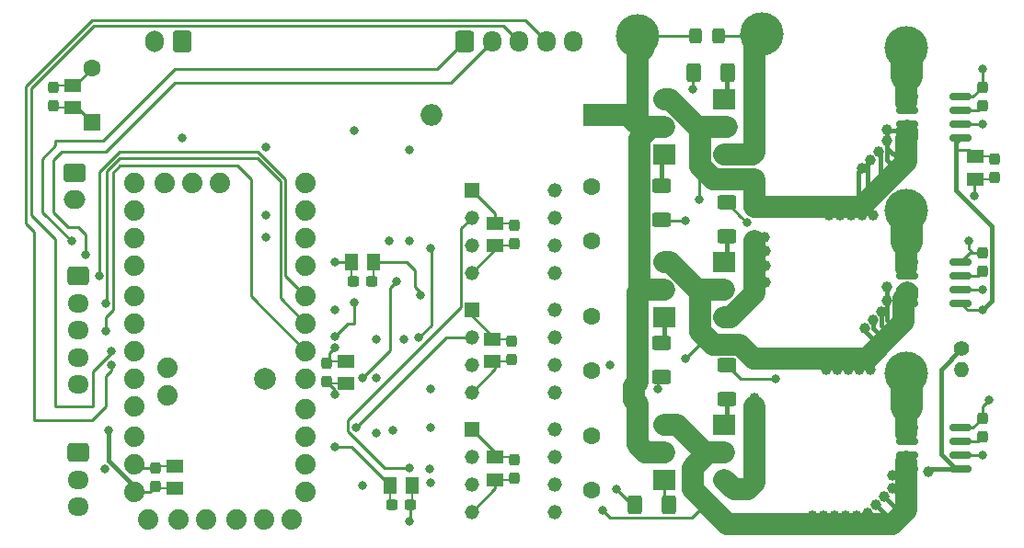
<source format=gbl>
G04 #@! TF.GenerationSoftware,KiCad,Pcbnew,(6.0.7)*
G04 #@! TF.CreationDate,2022-11-24T14:56:54+11:00*
G04 #@! TF.ProjectId,epic esc with regen,65706963-2065-4736-9320-776974682072,rev?*
G04 #@! TF.SameCoordinates,Original*
G04 #@! TF.FileFunction,Copper,L4,Bot*
G04 #@! TF.FilePolarity,Positive*
%FSLAX46Y46*%
G04 Gerber Fmt 4.6, Leading zero omitted, Abs format (unit mm)*
G04 Created by KiCad (PCBNEW (6.0.7)) date 2022-11-24 14:56:54*
%MOMM*%
%LPD*%
G01*
G04 APERTURE LIST*
G04 Aperture macros list*
%AMRoundRect*
0 Rectangle with rounded corners*
0 $1 Rounding radius*
0 $2 $3 $4 $5 $6 $7 $8 $9 X,Y pos of 4 corners*
0 Add a 4 corners polygon primitive as box body*
4,1,4,$2,$3,$4,$5,$6,$7,$8,$9,$2,$3,0*
0 Add four circle primitives for the rounded corners*
1,1,$1+$1,$2,$3*
1,1,$1+$1,$4,$5*
1,1,$1+$1,$6,$7*
1,1,$1+$1,$8,$9*
0 Add four rect primitives between the rounded corners*
20,1,$1+$1,$2,$3,$4,$5,0*
20,1,$1+$1,$4,$5,$6,$7,0*
20,1,$1+$1,$6,$7,$8,$9,0*
20,1,$1+$1,$8,$9,$2,$3,0*%
%AMFreePoly0*
4,1,13,0.080902,2.058779,0.100000,2.000000,0.100000,0.725000,0.587500,0.725000,0.587500,-0.725000,-0.587500,-0.725000,-0.587500,0.725000,-0.100000,0.725000,-0.100000,2.000000,-0.080902,2.058779,-0.030902,2.095106,0.030902,2.095106,0.080902,2.058779,0.080902,2.058779,$1*%
G04 Aperture macros list end*
G04 #@! TA.AperFunction,SMDPad,CuDef*
%ADD10RoundRect,0.237500X-0.237500X0.300000X-0.237500X-0.300000X0.237500X-0.300000X0.237500X0.300000X0*%
G04 #@! TD*
G04 #@! TA.AperFunction,SMDPad,CuDef*
%ADD11FreePoly0,270.000000*%
G04 #@! TD*
G04 #@! TA.AperFunction,SMDPad,CuDef*
%ADD12RoundRect,0.237500X0.237500X-0.300000X0.237500X0.300000X-0.237500X0.300000X-0.237500X-0.300000X0*%
G04 #@! TD*
G04 #@! TA.AperFunction,SMDPad,CuDef*
%ADD13FreePoly0,90.000000*%
G04 #@! TD*
G04 #@! TA.AperFunction,SMDPad,CuDef*
%ADD14RoundRect,0.237500X0.300000X0.237500X-0.300000X0.237500X-0.300000X-0.237500X0.300000X-0.237500X0*%
G04 #@! TD*
G04 #@! TA.AperFunction,SMDPad,CuDef*
%ADD15FreePoly0,180.000000*%
G04 #@! TD*
G04 #@! TA.AperFunction,ComponentPad*
%ADD16C,1.600000*%
G04 #@! TD*
G04 #@! TA.AperFunction,ComponentPad*
%ADD17RoundRect,0.250000X-0.750000X0.600000X-0.750000X-0.600000X0.750000X-0.600000X0.750000X0.600000X0*%
G04 #@! TD*
G04 #@! TA.AperFunction,ComponentPad*
%ADD18O,2.000000X1.700000*%
G04 #@! TD*
G04 #@! TA.AperFunction,ComponentPad*
%ADD19R,1.318000X1.318000*%
G04 #@! TD*
G04 #@! TA.AperFunction,ComponentPad*
%ADD20C,1.318000*%
G04 #@! TD*
G04 #@! TA.AperFunction,ComponentPad*
%ADD21RoundRect,0.250000X-0.725000X0.600000X-0.725000X-0.600000X0.725000X-0.600000X0.725000X0.600000X0*%
G04 #@! TD*
G04 #@! TA.AperFunction,ComponentPad*
%ADD22O,1.950000X1.700000*%
G04 #@! TD*
G04 #@! TA.AperFunction,ComponentPad*
%ADD23C,1.879600*%
G04 #@! TD*
G04 #@! TA.AperFunction,ComponentPad*
%ADD24R,2.000000X2.000000*%
G04 #@! TD*
G04 #@! TA.AperFunction,ComponentPad*
%ADD25O,2.000000X2.000000*%
G04 #@! TD*
G04 #@! TA.AperFunction,ComponentPad*
%ADD26C,2.000000*%
G04 #@! TD*
G04 #@! TA.AperFunction,ComponentPad*
%ADD27C,1.400000*%
G04 #@! TD*
G04 #@! TA.AperFunction,ComponentPad*
%ADD28O,1.400000X1.400000*%
G04 #@! TD*
G04 #@! TA.AperFunction,ComponentPad*
%ADD29R,1.600000X1.600000*%
G04 #@! TD*
G04 #@! TA.AperFunction,ComponentPad*
%ADD30RoundRect,0.250000X0.600000X0.750000X-0.600000X0.750000X-0.600000X-0.750000X0.600000X-0.750000X0*%
G04 #@! TD*
G04 #@! TA.AperFunction,ComponentPad*
%ADD31O,1.700000X2.000000*%
G04 #@! TD*
G04 #@! TA.AperFunction,ComponentPad*
%ADD32RoundRect,0.250000X-0.600000X-0.725000X0.600000X-0.725000X0.600000X0.725000X-0.600000X0.725000X0*%
G04 #@! TD*
G04 #@! TA.AperFunction,ComponentPad*
%ADD33O,1.700000X1.950000*%
G04 #@! TD*
G04 #@! TA.AperFunction,SMDPad,CuDef*
%ADD34RoundRect,0.250000X0.325000X0.450000X-0.325000X0.450000X-0.325000X-0.450000X0.325000X-0.450000X0*%
G04 #@! TD*
G04 #@! TA.AperFunction,ComponentPad*
%ADD35R,2.000000X1.905000*%
G04 #@! TD*
G04 #@! TA.AperFunction,ComponentPad*
%ADD36O,2.000000X1.905000*%
G04 #@! TD*
G04 #@! TA.AperFunction,SMDPad,CuDef*
%ADD37RoundRect,0.150000X-0.825000X-0.150000X0.825000X-0.150000X0.825000X0.150000X-0.825000X0.150000X0*%
G04 #@! TD*
G04 #@! TA.AperFunction,ComponentPad*
%ADD38C,4.000000*%
G04 #@! TD*
G04 #@! TA.AperFunction,SMDPad,CuDef*
%ADD39RoundRect,0.250000X-0.625000X0.400000X-0.625000X-0.400000X0.625000X-0.400000X0.625000X0.400000X0*%
G04 #@! TD*
G04 #@! TA.AperFunction,SMDPad,CuDef*
%ADD40RoundRect,0.250000X-0.400000X-0.625000X0.400000X-0.625000X0.400000X0.625000X-0.400000X0.625000X0*%
G04 #@! TD*
G04 #@! TA.AperFunction,SMDPad,CuDef*
%ADD41RoundRect,0.250000X0.625000X-0.400000X0.625000X0.400000X-0.625000X0.400000X-0.625000X-0.400000X0*%
G04 #@! TD*
G04 #@! TA.AperFunction,ViaPad*
%ADD42C,0.800000*%
G04 #@! TD*
G04 #@! TA.AperFunction,ViaPad*
%ADD43C,1.000000*%
G04 #@! TD*
G04 #@! TA.AperFunction,Conductor*
%ADD44C,0.254000*%
G04 #@! TD*
G04 #@! TA.AperFunction,Conductor*
%ADD45C,0.381000*%
G04 #@! TD*
G04 #@! TA.AperFunction,Conductor*
%ADD46C,2.000000*%
G04 #@! TD*
G04 #@! TA.AperFunction,Conductor*
%ADD47C,3.000000*%
G04 #@! TD*
G04 APERTURE END LIST*
D10*
X178308000Y-74321500D03*
D11*
X176530000Y-74125000D03*
D10*
X178308000Y-76046500D03*
D11*
X176530000Y-76200000D03*
D12*
X91696000Y-69421000D03*
D13*
X93474000Y-69617500D03*
D12*
X91696000Y-67696000D03*
D13*
X93474000Y-67542500D03*
D10*
X134112000Y-102007500D03*
D11*
X132334000Y-101811000D03*
D10*
X134112000Y-103732500D03*
D11*
X132334000Y-103886000D03*
D10*
X133856000Y-91107000D03*
D11*
X132078000Y-90910500D03*
D10*
X133856000Y-92832000D03*
D11*
X132078000Y-92985500D03*
D10*
X134110000Y-80439000D03*
D11*
X132332000Y-80242500D03*
D10*
X134110000Y-82164000D03*
D11*
X132332000Y-82317500D03*
D12*
X101094000Y-104473000D03*
D13*
X102872000Y-104669500D03*
D12*
X101094000Y-102748000D03*
D13*
X102872000Y-102594500D03*
D14*
X120983000Y-85596000D03*
D15*
X121179500Y-83818000D03*
D14*
X119258000Y-85596000D03*
D15*
X119104500Y-83818000D03*
D14*
X124539000Y-106170000D03*
D15*
X124735500Y-104392000D03*
D14*
X122814000Y-106170000D03*
D15*
X122660500Y-104392000D03*
D12*
X116842000Y-94821000D03*
D13*
X118620000Y-95017500D03*
D12*
X116842000Y-93096000D03*
D13*
X118620000Y-92942500D03*
D16*
X141224000Y-99842000D03*
X141224000Y-104842000D03*
D17*
X93645000Y-75585000D03*
D18*
X93645000Y-78085000D03*
D19*
X130190000Y-77190000D03*
D20*
X130190000Y-79730000D03*
X130190000Y-82270000D03*
X130190000Y-84810000D03*
X137810000Y-84810000D03*
X137810000Y-82270000D03*
X137810000Y-79730000D03*
X137810000Y-77190000D03*
D21*
X94000000Y-101346000D03*
D22*
X94000000Y-103846000D03*
X94000000Y-106346000D03*
D21*
X93980000Y-85090000D03*
D22*
X93980000Y-87590000D03*
X93980000Y-90090000D03*
X93980000Y-92590000D03*
X93980000Y-95090000D03*
D23*
X113604000Y-107494000D03*
X111064000Y-107494000D03*
X108524000Y-107494000D03*
X105730000Y-107494000D03*
X103190000Y-107494000D03*
X100396000Y-107494000D03*
X102174000Y-93524000D03*
X102174000Y-96064000D03*
X104460000Y-76506000D03*
X101920000Y-76506000D03*
X99126000Y-104954000D03*
X99126000Y-102414000D03*
X99126000Y-99874000D03*
X99126000Y-97080000D03*
X99126000Y-94540000D03*
X99126000Y-92000000D03*
X99126000Y-89460000D03*
X99126000Y-86920000D03*
X99126000Y-84126000D03*
X99126000Y-81586000D03*
X99126000Y-79046000D03*
X99126000Y-76506000D03*
X114874000Y-76506000D03*
X114874000Y-79046000D03*
X114874000Y-81586000D03*
X114874000Y-84126000D03*
X114874000Y-86920000D03*
X114874000Y-89460000D03*
X114874000Y-92000000D03*
X114874000Y-94540000D03*
X114874000Y-97334000D03*
X114874000Y-99874000D03*
X114874000Y-102414000D03*
X114874000Y-104954000D03*
X107000000Y-76506000D03*
D16*
X141224000Y-76842000D03*
X141224000Y-81842000D03*
D24*
X141485000Y-70242500D03*
D25*
X126485000Y-70242500D03*
D19*
X130190000Y-88190000D03*
D20*
X130190000Y-90730000D03*
X130190000Y-93270000D03*
X130190000Y-95810000D03*
X137810000Y-95810000D03*
X137810000Y-93270000D03*
X137810000Y-90730000D03*
X137810000Y-88190000D03*
D26*
X111125000Y-94615000D03*
D27*
X175260000Y-91805000D03*
D28*
X175260000Y-93705000D03*
D29*
X95250000Y-70982651D03*
D16*
X95250000Y-65982651D03*
X141224000Y-88842000D03*
X141224000Y-93842000D03*
D30*
X103505000Y-63500000D03*
D31*
X101005000Y-63500000D03*
D19*
X130190000Y-99190000D03*
D20*
X130190000Y-101730000D03*
X130190000Y-104270000D03*
X130190000Y-106810000D03*
X137810000Y-106810000D03*
X137810000Y-104270000D03*
X137810000Y-101730000D03*
X137810000Y-99190000D03*
D32*
X129540000Y-63500000D03*
D33*
X132040000Y-63500000D03*
X134540000Y-63500000D03*
X137040000Y-63500000D03*
X139540000Y-63500000D03*
D34*
X152870000Y-63000000D03*
X150820000Y-63000000D03*
D35*
X147900000Y-73900000D03*
D36*
X147900000Y-71360000D03*
X147900000Y-68820000D03*
D35*
X147900000Y-103900000D03*
D36*
X147900000Y-101360000D03*
X147900000Y-98820000D03*
D37*
X170245000Y-72390000D03*
X170245000Y-71120000D03*
X170245000Y-69850000D03*
X170245000Y-68580000D03*
X175195000Y-68580000D03*
X175195000Y-69850000D03*
X175195000Y-71120000D03*
X175195000Y-72390000D03*
D38*
X156845000Y-62865000D03*
D12*
X177165000Y-84682500D03*
X177165000Y-82957500D03*
D35*
X153440000Y-98820000D03*
D36*
X153440000Y-101360000D03*
X153440000Y-103900000D03*
D39*
X153670000Y-93310000D03*
X153670000Y-96410000D03*
D40*
X150620000Y-66360000D03*
X153720000Y-66360000D03*
D35*
X147900000Y-88900000D03*
D36*
X147900000Y-86360000D03*
X147900000Y-83820000D03*
D38*
X170180000Y-79090000D03*
D39*
X153670000Y-78360000D03*
X153670000Y-81460000D03*
D12*
X177165000Y-99922500D03*
X177165000Y-98197500D03*
D37*
X170245000Y-87630000D03*
X170245000Y-86360000D03*
X170245000Y-85090000D03*
X170245000Y-83820000D03*
X175195000Y-83820000D03*
X175195000Y-85090000D03*
X175195000Y-86360000D03*
X175195000Y-87630000D03*
D35*
X153440000Y-68820000D03*
D36*
X153440000Y-71360000D03*
X153440000Y-73900000D03*
D37*
X170245000Y-102870000D03*
X170245000Y-101600000D03*
X170245000Y-100330000D03*
X170245000Y-99060000D03*
X175195000Y-99060000D03*
X175195000Y-100330000D03*
X175195000Y-101600000D03*
X175195000Y-102870000D03*
D38*
X170180000Y-64090000D03*
D41*
X147670000Y-79910000D03*
X147670000Y-76810000D03*
D40*
X145236000Y-106172000D03*
X148336000Y-106172000D03*
D38*
X145415000Y-63000000D03*
X170180000Y-94090000D03*
D35*
X153440000Y-83820000D03*
D36*
X153440000Y-86360000D03*
X153440000Y-88900000D03*
D12*
X177165000Y-69442500D03*
X177165000Y-67717500D03*
D41*
X147670000Y-94410000D03*
X147670000Y-91310000D03*
D42*
X143510000Y-104775000D03*
X125476000Y-86868000D03*
X117602000Y-96012000D03*
X124460000Y-107696000D03*
X176438500Y-77724000D03*
X119380000Y-71755000D03*
X124460000Y-73505000D03*
X117602000Y-100838000D03*
X177165000Y-66040000D03*
D43*
X157226000Y-84201000D03*
X156210000Y-97790000D03*
D42*
X117602000Y-83820000D03*
X177800000Y-96520000D03*
D43*
X157226000Y-82804000D03*
D42*
X117602000Y-91694000D03*
D43*
X157099000Y-81534000D03*
X156210000Y-96393000D03*
X157226000Y-85725000D03*
X156210000Y-99441000D03*
D42*
X175895000Y-81915000D03*
X103505000Y-72390000D03*
X96774000Y-99314000D03*
X177165000Y-88265000D03*
D43*
X172212000Y-103124000D03*
D42*
X111252000Y-81534000D03*
X126392500Y-99060000D03*
X126392500Y-95504000D03*
X122936000Y-99314000D03*
X111252000Y-79502000D03*
X123952000Y-90932000D03*
X111252626Y-73237250D03*
X121406286Y-94493714D03*
X120165464Y-104381964D03*
X121412000Y-90932000D03*
X121412000Y-99568000D03*
X122555000Y-81915000D03*
X126292500Y-102841500D03*
X124460000Y-81915000D03*
X149860000Y-80010000D03*
X150495000Y-67945000D03*
X142875000Y-93345000D03*
X147320000Y-95504000D03*
X125337572Y-90805000D03*
X126365000Y-82550000D03*
X120142000Y-94488000D03*
X123281500Y-85633500D03*
X119404112Y-87584365D03*
X117601500Y-90694498D03*
X124460000Y-102778500D03*
X119509500Y-99060000D03*
X126365000Y-104140000D03*
X117601500Y-88265000D03*
X155494681Y-80170637D03*
X93345000Y-81915000D03*
X96476385Y-102913615D03*
D43*
X166116000Y-75184000D03*
X168402000Y-71628000D03*
X166878000Y-74422000D03*
X167640000Y-73660000D03*
X163068000Y-79502000D03*
X168402000Y-72644000D03*
D42*
X151130000Y-78105000D03*
D43*
X164084000Y-79502000D03*
X166116000Y-79502000D03*
X167132000Y-79502000D03*
X165100000Y-79502000D03*
X165862000Y-93726000D03*
X168402000Y-87376000D03*
X166878000Y-93726000D03*
X167894000Y-88392000D03*
X167132000Y-89154000D03*
D42*
X149860000Y-92710000D03*
D43*
X163830000Y-93726000D03*
X168402000Y-86106000D03*
X166370000Y-89916000D03*
X164846000Y-93726000D03*
X162814000Y-93726000D03*
X168910000Y-104648000D03*
X168148000Y-105410000D03*
X162560000Y-107188000D03*
X167386000Y-106172000D03*
X163576000Y-107188000D03*
D42*
X142240000Y-106680000D03*
D43*
X164592000Y-107188000D03*
X166624000Y-106934000D03*
X161544000Y-107188000D03*
X165608000Y-107188000D03*
X168910000Y-103505000D03*
D42*
X95885000Y-85090000D03*
X96480000Y-87590000D03*
X96520000Y-90170000D03*
X158115000Y-94615000D03*
X177165000Y-71120000D03*
X94615000Y-83185000D03*
X97063500Y-92075000D03*
X177165000Y-86360000D03*
X97063500Y-93345000D03*
X177165000Y-101600000D03*
D44*
X176438500Y-77724000D02*
X176438500Y-76291500D01*
X176438500Y-76291500D02*
X176530000Y-76200000D01*
D45*
X178030500Y-80494500D02*
X178030500Y-87399500D01*
X178030500Y-87399500D02*
X177165000Y-88265000D01*
X174752000Y-77216000D02*
X178030500Y-80494500D01*
X174752000Y-73406000D02*
X174752000Y-77216000D01*
D44*
X145236000Y-106172000D02*
X144907000Y-106172000D01*
X144907000Y-106172000D02*
X143510000Y-104775000D01*
X93884849Y-69617500D02*
X95250000Y-70982651D01*
X93474000Y-69617500D02*
X93884849Y-69617500D01*
X93474000Y-67542500D02*
X93690151Y-67542500D01*
X93690151Y-67542500D02*
X95250000Y-65982651D01*
X132040000Y-63540000D02*
X132040000Y-63500000D01*
X128270000Y-67310000D02*
X132040000Y-63540000D01*
X102870000Y-67310000D02*
X128270000Y-67310000D01*
X92456000Y-73660000D02*
X96520000Y-73660000D01*
X93087474Y-80641474D02*
X91694000Y-79248000D01*
X91694000Y-79248000D02*
X91694000Y-74422000D01*
X93976474Y-80641474D02*
X93087474Y-80641474D01*
X96520000Y-73660000D02*
X102870000Y-67310000D01*
X94615000Y-81280000D02*
X93976474Y-80641474D01*
X94615000Y-83185000D02*
X94615000Y-81280000D01*
X91694000Y-74422000D02*
X92456000Y-73660000D01*
X102870000Y-66040000D02*
X127000000Y-66040000D01*
X90678000Y-74314000D02*
X91894000Y-73098000D01*
X91894000Y-73098000D02*
X91894000Y-72644000D01*
X127000000Y-66040000D02*
X129540000Y-63500000D01*
X90678000Y-79248000D02*
X90678000Y-74314000D01*
X96266000Y-72644000D02*
X102870000Y-66040000D01*
X93345000Y-81915000D02*
X90678000Y-79248000D01*
X91894000Y-72644000D02*
X96266000Y-72644000D01*
X133089000Y-62049000D02*
X134540000Y-63500000D01*
X95438052Y-62049000D02*
X133089000Y-62049000D01*
X89662000Y-67825052D02*
X95438052Y-62049000D01*
X89662000Y-79502000D02*
X89662000Y-67825052D01*
X91894000Y-81734000D02*
X89662000Y-79502000D01*
X95293195Y-97111805D02*
X95250000Y-97155000D01*
X95250000Y-97155000D02*
X91894000Y-97155000D01*
X91894000Y-97155000D02*
X91894000Y-81734000D01*
X95293195Y-93936805D02*
X95293195Y-97111805D01*
X97063500Y-92166500D02*
X95293195Y-93936805D01*
X97063500Y-92075000D02*
X97063500Y-92166500D01*
X135135000Y-61595000D02*
X137040000Y-63500000D01*
X95250000Y-61595000D02*
X135135000Y-61595000D01*
X89154000Y-67691000D02*
X95250000Y-61595000D01*
X89154000Y-80264000D02*
X89154000Y-67691000D01*
X89916000Y-81026000D02*
X89154000Y-80264000D01*
X89916000Y-98425000D02*
X89916000Y-81026000D01*
X96520000Y-97155000D02*
X95250000Y-98425000D01*
X95250000Y-98425000D02*
X89916000Y-98425000D01*
X96520000Y-94339529D02*
X96520000Y-97155000D01*
X97063500Y-93345000D02*
X97063500Y-93796029D01*
X97063500Y-93796029D02*
X96520000Y-94339529D01*
X132332000Y-82668000D02*
X130190000Y-84810000D01*
X132332000Y-82317500D02*
X132332000Y-82668000D01*
X132332000Y-79332000D02*
X130190000Y-77190000D01*
X132332000Y-80242500D02*
X132332000Y-79332000D01*
X100613000Y-104954000D02*
X101094000Y-104473000D01*
X99126000Y-104954000D02*
X100613000Y-104954000D01*
X99460000Y-102748000D02*
X99126000Y-102414000D01*
X101094000Y-102748000D02*
X99460000Y-102748000D01*
X125476000Y-86614000D02*
X125476000Y-86868000D01*
X124968000Y-86106000D02*
X125476000Y-86614000D01*
X126492000Y-82677000D02*
X126365000Y-82550000D01*
X126492000Y-89650572D02*
X126492000Y-82677000D01*
X125337572Y-90805000D02*
X126492000Y-89650572D01*
X124968000Y-84582000D02*
X124968000Y-86106000D01*
X121179500Y-83818000D02*
X124204000Y-83818000D01*
X124204000Y-83818000D02*
X124968000Y-84582000D01*
X117604000Y-83818000D02*
X117602000Y-83820000D01*
X119104500Y-83818000D02*
X117604000Y-83818000D01*
X117602000Y-95581000D02*
X117096000Y-95075000D01*
X117602000Y-96012000D02*
X117602000Y-95581000D01*
X117096000Y-92200000D02*
X117602000Y-91694000D01*
X117096000Y-93350000D02*
X117096000Y-92200000D01*
X124539000Y-107617000D02*
X124460000Y-107696000D01*
X124539000Y-106170000D02*
X124539000Y-107617000D01*
X119106500Y-100838000D02*
X117602000Y-100838000D01*
X122660500Y-104392000D02*
X119106500Y-100838000D01*
X174862500Y-73516500D02*
X176022000Y-73516500D01*
D45*
X174752000Y-73406000D02*
X174752000Y-73152000D01*
D44*
X174752000Y-73406000D02*
X174862500Y-73516500D01*
X132334000Y-104666000D02*
X130190000Y-106810000D01*
X132334000Y-103886000D02*
X132334000Y-104666000D01*
X132334000Y-101334000D02*
X130190000Y-99190000D01*
X132334000Y-101811000D02*
X132334000Y-101334000D01*
X132332000Y-93668000D02*
X130190000Y-95810000D01*
X132332000Y-92985500D02*
X132332000Y-93668000D01*
X130190000Y-88768500D02*
X130190000Y-88190000D01*
X132332000Y-90910500D02*
X130190000Y-88768500D01*
D45*
X172466000Y-102870000D02*
X175195000Y-102870000D01*
X172212000Y-103124000D02*
X172466000Y-102870000D01*
X174752000Y-73152000D02*
X174752000Y-72833000D01*
X174752000Y-72833000D02*
X175195000Y-72390000D01*
D44*
X156249730Y-86701270D02*
X157226000Y-85725000D01*
X176057500Y-82957500D02*
X175195000Y-83820000D01*
X177165000Y-98197500D02*
X177165000Y-97155000D01*
X156972000Y-84455000D02*
X157226000Y-84201000D01*
X177165000Y-82957500D02*
X176057500Y-82957500D01*
X156210000Y-86701270D02*
X156297270Y-86701270D01*
X156210000Y-86701270D02*
X156249730Y-86701270D01*
X175195000Y-68580000D02*
X176302500Y-68580000D01*
X156210000Y-84455000D02*
X156972000Y-84455000D01*
D46*
X156210000Y-63635000D02*
X156845000Y-63000000D01*
X156210000Y-73765000D02*
X156210000Y-63635000D01*
X156210000Y-104140000D02*
X155575000Y-104775000D01*
X155575000Y-104775000D02*
X154305000Y-104775000D01*
X156210000Y-86701270D02*
X156210000Y-84455000D01*
D44*
X177165000Y-67717500D02*
X177165000Y-66040000D01*
D46*
X156210000Y-99441000D02*
X156210000Y-97790000D01*
X156210000Y-99441000D02*
X156210000Y-104140000D01*
D44*
X152870000Y-63000000D02*
X156845000Y-63000000D01*
D46*
X153440000Y-73900000D02*
X156075000Y-73900000D01*
D44*
X176302500Y-82957500D02*
X175895000Y-82550000D01*
D46*
X153440000Y-103910000D02*
X153440000Y-103900000D01*
D44*
X177165000Y-82957500D02*
X176302500Y-82957500D01*
X176302500Y-99060000D02*
X177165000Y-98197500D01*
X156210000Y-83058000D02*
X156972000Y-83058000D01*
X175195000Y-99060000D02*
X176302500Y-99060000D01*
X177165000Y-97155000D02*
X177800000Y-96520000D01*
D46*
X156210000Y-84455000D02*
X156210000Y-83058000D01*
X156210000Y-97790000D02*
X156210000Y-97155000D01*
X156075000Y-73900000D02*
X156210000Y-73765000D01*
X153440000Y-88900000D02*
X154011270Y-88900000D01*
D44*
X156718000Y-81915000D02*
X157099000Y-81534000D01*
X156972000Y-83058000D02*
X157226000Y-82804000D01*
X176302500Y-68580000D02*
X177165000Y-67717500D01*
X156210000Y-81915000D02*
X156718000Y-81915000D01*
D46*
X154011270Y-88900000D02*
X156210000Y-86701270D01*
X156210000Y-83058000D02*
X156210000Y-81915000D01*
D44*
X175895000Y-82550000D02*
X175895000Y-81915000D01*
D46*
X154305000Y-104775000D02*
X153440000Y-103910000D01*
D45*
X96774000Y-102094000D02*
X99380000Y-104700000D01*
X96774000Y-99314000D02*
X96774000Y-102094000D01*
D44*
X146845000Y-63000000D02*
X146845000Y-63340000D01*
D46*
X145085000Y-95222258D02*
X145415000Y-94892258D01*
X145085000Y-96547742D02*
X145085000Y-95222258D01*
X145670000Y-86360000D02*
X147880325Y-86360000D01*
X146050000Y-64135000D02*
X145415000Y-64770000D01*
X145595000Y-72435000D02*
X146670000Y-71360000D01*
X145415000Y-96877742D02*
X145085000Y-96547742D01*
X145415000Y-100605000D02*
X145415000Y-96877742D01*
X145415000Y-64770000D02*
X145415000Y-71120000D01*
X146170000Y-101360000D02*
X145415000Y-100605000D01*
X147880325Y-71360000D02*
X147890163Y-71369838D01*
X147880325Y-86360000D02*
X147890163Y-86369838D01*
X144537500Y-70242500D02*
X145415000Y-71120000D01*
X147900000Y-101360000D02*
X146170000Y-101360000D01*
D44*
X146845000Y-63340000D02*
X146050000Y-64135000D01*
D46*
X145670000Y-86360000D02*
X145595000Y-86285000D01*
X145415000Y-94892258D02*
X145415000Y-86615000D01*
X141485000Y-70242500D02*
X144537500Y-70242500D01*
X145415000Y-86615000D02*
X145670000Y-86360000D01*
X145595000Y-86285000D02*
X145595000Y-72435000D01*
X146670000Y-71360000D02*
X147880325Y-71360000D01*
D44*
X146845000Y-63000000D02*
X150820000Y-63000000D01*
D45*
X173355000Y-93710000D02*
X175260000Y-91805000D01*
X173355000Y-101499382D02*
X173355000Y-93710000D01*
D44*
X177165000Y-88265000D02*
X175830000Y-88265000D01*
X175830000Y-88265000D02*
X175195000Y-87630000D01*
D45*
X174725618Y-102870000D02*
X173355000Y-101499382D01*
X175195000Y-102870000D02*
X174725618Y-102870000D01*
X147670000Y-74130000D02*
X147900000Y-73900000D01*
X147670000Y-76810000D02*
X147670000Y-74130000D01*
X153670000Y-66460000D02*
X153670000Y-68590000D01*
X153670000Y-68590000D02*
X153440000Y-68820000D01*
X147900000Y-91080000D02*
X147670000Y-91310000D01*
X147900000Y-88900000D02*
X147900000Y-91080000D01*
X153670000Y-83590000D02*
X153440000Y-83820000D01*
X153670000Y-81460000D02*
X153670000Y-83590000D01*
D44*
X147900000Y-103900000D02*
X147900000Y-105736000D01*
X147900000Y-105736000D02*
X148336000Y-106172000D01*
D45*
X153670000Y-96410000D02*
X153670000Y-98590000D01*
X153670000Y-98590000D02*
X153440000Y-98820000D01*
D44*
X149860000Y-80010000D02*
X147770000Y-80010000D01*
X147770000Y-80010000D02*
X147670000Y-79910000D01*
X150495000Y-67945000D02*
X150495000Y-66485000D01*
X150495000Y-66485000D02*
X150620000Y-66360000D01*
X147320000Y-95504000D02*
X147320000Y-94760000D01*
X147320000Y-94760000D02*
X147670000Y-94410000D01*
X120142000Y-94488000D02*
X122682000Y-91948000D01*
X122682000Y-91948000D02*
X122682000Y-86233000D01*
X122682000Y-86233000D02*
X123281500Y-85633500D01*
X117601500Y-90694498D02*
X118760998Y-89535000D01*
X119380000Y-87630000D02*
X119380000Y-87608477D01*
X118760998Y-89535000D02*
X119380000Y-89535000D01*
X119380000Y-87608477D02*
X119404112Y-87584365D01*
X119380000Y-89535000D02*
X119380000Y-87630000D01*
X129204000Y-80716000D02*
X130190000Y-79730000D01*
X122199866Y-102778500D02*
X118782500Y-99361134D01*
X118782500Y-99361134D02*
X118782500Y-98387500D01*
X118782500Y-98387500D02*
X129204000Y-87966000D01*
X124460000Y-102778500D02*
X122199866Y-102778500D01*
X129204000Y-87966000D02*
X129204000Y-80716000D01*
X127839500Y-90730000D02*
X130190000Y-90730000D01*
X119509500Y-99060000D02*
X127839500Y-90730000D01*
X154868956Y-79558956D02*
X153670000Y-78360000D01*
X154883000Y-79558956D02*
X154868956Y-79558956D01*
X155494681Y-80170637D02*
X154883000Y-79558956D01*
D46*
X150991595Y-71360000D02*
X148451595Y-68820000D01*
D45*
X166116000Y-75184000D02*
X165735000Y-75565000D01*
D46*
X151221595Y-75021595D02*
X151765000Y-75565000D01*
D44*
X151130000Y-76200000D02*
X151765000Y-75565000D01*
D46*
X153670000Y-71360000D02*
X151221595Y-71360000D01*
D45*
X168402000Y-72644000D02*
X168402000Y-74422000D01*
D46*
X156210000Y-76200000D02*
X152400000Y-76200000D01*
D45*
X168402000Y-71628000D02*
X168529000Y-71755000D01*
X167640000Y-73660000D02*
X167767000Y-73787000D01*
X166624000Y-74676000D02*
X166624000Y-77216000D01*
X168402000Y-71628000D02*
X168402000Y-73282002D01*
X168529000Y-71755000D02*
X170245000Y-71755000D01*
X165735000Y-75565000D02*
X165735000Y-78105000D01*
D46*
X151221595Y-71360000D02*
X151221595Y-75021595D01*
X156210000Y-78740000D02*
X156210000Y-76200000D01*
D45*
X168402000Y-73282002D02*
X169479999Y-74360001D01*
D46*
X170245000Y-72390000D02*
X170245000Y-71755000D01*
X170180000Y-72455000D02*
X170180000Y-74564516D01*
X166004516Y-78740000D02*
X156210000Y-78740000D01*
D45*
X166878000Y-74422000D02*
X166624000Y-74676000D01*
X168402000Y-74422000D02*
X168910000Y-74930000D01*
D46*
X170180000Y-74564516D02*
X166004516Y-78740000D01*
D44*
X151130000Y-78105000D02*
X151130000Y-76200000D01*
D45*
X167767000Y-73787000D02*
X167767000Y-76073000D01*
D46*
X152400000Y-76200000D02*
X151765000Y-75565000D01*
X170245000Y-72390000D02*
X170180000Y-72455000D01*
X148451595Y-68820000D02*
X147900000Y-68820000D01*
X156145610Y-92710000D02*
X166610000Y-92710000D01*
X151765000Y-90805000D02*
X152420000Y-91460000D01*
D45*
X167132000Y-89916000D02*
X168268000Y-91052000D01*
X167894000Y-89662000D02*
X168776000Y-90544000D01*
D46*
X154895610Y-91460000D02*
X156145610Y-92710000D01*
D45*
X168402000Y-87376000D02*
X168402000Y-89154000D01*
D46*
X150991595Y-86360000D02*
X148451595Y-83820000D01*
D45*
X166370000Y-90170000D02*
X167760000Y-91560000D01*
X168402000Y-86106000D02*
X168402000Y-87376000D01*
D46*
X168776000Y-90544000D02*
X169284000Y-90036000D01*
X148451595Y-83820000D02*
X147900000Y-83820000D01*
X151221595Y-86360000D02*
X151221595Y-90261595D01*
X169959999Y-89360001D02*
X169959999Y-87215001D01*
X152420000Y-91460000D02*
X154895610Y-91460000D01*
D45*
X167894000Y-88392000D02*
X167894000Y-89662000D01*
D46*
X166610000Y-92710000D02*
X167760000Y-91560000D01*
D45*
X166370000Y-89916000D02*
X166370000Y-90170000D01*
X168402000Y-89154000D02*
X169284000Y-90036000D01*
D46*
X167760000Y-91560000D02*
X168268000Y-91052000D01*
D45*
X167132000Y-89154000D02*
X167132000Y-89916000D01*
D46*
X170245000Y-86930000D02*
X170245000Y-86655000D01*
X151221595Y-90261595D02*
X151765000Y-90805000D01*
X169284000Y-90036000D02*
X169959999Y-89360001D01*
X169959999Y-87215001D02*
X170245000Y-86930000D01*
X153440000Y-86360000D02*
X150991595Y-86360000D01*
D44*
X149860000Y-92710000D02*
X151765000Y-90805000D01*
D46*
X168268000Y-91052000D02*
X168776000Y-90544000D01*
X150495000Y-104775000D02*
X151765000Y-106045000D01*
D45*
X170180000Y-105918000D02*
X170180000Y-106172000D01*
D44*
X142240000Y-106680000D02*
X142934000Y-107374000D01*
D45*
X166624000Y-106934000D02*
X167386000Y-107696000D01*
X168148000Y-105410000D02*
X169418000Y-106680000D01*
D46*
X149130000Y-98820000D02*
X151670000Y-101360000D01*
X168910000Y-107950000D02*
X170180000Y-106680000D01*
D45*
X169418000Y-106680000D02*
X170180000Y-106680000D01*
D44*
X142934000Y-107374000D02*
X150436000Y-107374000D01*
D46*
X170180000Y-106172000D02*
X170180000Y-104394000D01*
D45*
X167386000Y-106172000D02*
X168910000Y-107696000D01*
X168910000Y-103505000D02*
X169291000Y-103505000D01*
D46*
X170180000Y-104394000D02*
X170180000Y-102235000D01*
X150495000Y-102765000D02*
X150495000Y-104775000D01*
X153670000Y-107950000D02*
X167386000Y-107950000D01*
D44*
X150436000Y-107374000D02*
X151765000Y-106045000D01*
D46*
X151900000Y-101360000D02*
X150495000Y-102765000D01*
X167386000Y-107950000D02*
X168910000Y-107950000D01*
D45*
X168910000Y-107696000D02*
X168910000Y-107950000D01*
X168910000Y-104648000D02*
X170180000Y-105918000D01*
D46*
X170180000Y-106680000D02*
X170180000Y-106172000D01*
D45*
X169291000Y-103505000D02*
X170180000Y-104394000D01*
D46*
X147900000Y-98820000D02*
X149130000Y-98820000D01*
X151765000Y-106045000D02*
X153670000Y-107950000D01*
X151670000Y-101360000D02*
X153440000Y-101360000D01*
D45*
X167386000Y-107696000D02*
X167386000Y-107950000D01*
D44*
X176757500Y-100330000D02*
X177165000Y-99922500D01*
X175195000Y-100330000D02*
X176757500Y-100330000D01*
X176757500Y-69850000D02*
X177165000Y-69442500D01*
X175195000Y-69850000D02*
X176757500Y-69850000D01*
X176757500Y-85090000D02*
X177165000Y-84682500D01*
X175195000Y-85090000D02*
X176757500Y-85090000D01*
X95885000Y-85090000D02*
X95885000Y-75565000D01*
X95885000Y-75565000D02*
X97790000Y-73660000D01*
X110490000Y-73660000D02*
X113030000Y-76200000D01*
X97790000Y-73660000D02*
X110490000Y-73660000D01*
X113030000Y-76200000D02*
X113030000Y-85076000D01*
X113030000Y-85076000D02*
X114874000Y-86920000D01*
X96612000Y-87458000D02*
X96612000Y-75480052D01*
X97797052Y-74295000D02*
X110482948Y-74295000D01*
X96612000Y-75480052D02*
X97797052Y-74295000D01*
X112576000Y-76388052D02*
X112576000Y-87162000D01*
X110482948Y-74295000D02*
X112576000Y-76388052D01*
X112576000Y-87162000D02*
X114874000Y-89460000D01*
X97797052Y-74937052D02*
X108592052Y-74937052D01*
X97155000Y-75579104D02*
X97797052Y-74937052D01*
X96520000Y-88900000D02*
X97207000Y-88213000D01*
X109855000Y-86981000D02*
X114874000Y-92000000D01*
X97207000Y-76887000D02*
X97155000Y-76835000D01*
X96520000Y-90170000D02*
X96520000Y-88900000D01*
X108592052Y-74937052D02*
X109855000Y-76200000D01*
X97155000Y-76835000D02*
X97155000Y-75579104D01*
X109855000Y-76200000D02*
X109855000Y-86981000D01*
X97207000Y-88213000D02*
X97207000Y-76887000D01*
D46*
X170180000Y-97155000D02*
X170180000Y-99695000D01*
D47*
X170180000Y-95250000D02*
X170180000Y-94090000D01*
X170180000Y-94090000D02*
X170180000Y-97155000D01*
D46*
X170180000Y-66675000D02*
X170180000Y-69150000D01*
D47*
X170180000Y-64090000D02*
X170180000Y-66675000D01*
D44*
X158115000Y-94615000D02*
X154975000Y-94615000D01*
X154975000Y-94615000D02*
X153670000Y-93310000D01*
X175195000Y-71120000D02*
X177165000Y-71120000D01*
X175195000Y-86360000D02*
X177165000Y-86360000D01*
X175195000Y-101600000D02*
X177165000Y-101600000D01*
D46*
X170180000Y-81915000D02*
X170180000Y-84455000D01*
D47*
X170180000Y-79090000D02*
X170180000Y-81915000D01*
M02*

</source>
